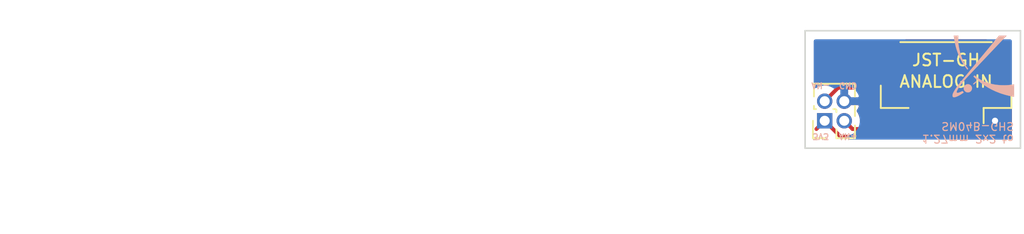
<source format=kicad_pcb>
(kicad_pcb (version 20171130) (host pcbnew "(5.1.12)-1")

  (general
    (thickness 1.6002)
    (drawings 13)
    (tracks 17)
    (zones 0)
    (modules 3)
    (nets 5)
  )

  (page A4)
  (title_block
    (title "2x2 1.27mm socket to JST-GH Analog Adapter board right PCB")
    (date 2021-11-28)
    (rev 1)
    (comment 2 "Vincent Nguyen")
  )

  (layers
    (0 Front signal)
    (31 Back signal)
    (34 B.Paste user)
    (35 F.Paste user)
    (36 B.SilkS user)
    (37 F.SilkS user)
    (38 B.Mask user)
    (39 F.Mask user)
    (44 Edge.Cuts user)
    (45 Margin user)
    (46 B.CrtYd user)
    (47 F.CrtYd user)
    (49 F.Fab user)
  )

  (setup
    (last_trace_width 0.25)
    (user_trace_width 0.1)
    (user_trace_width 0.2)
    (user_trace_width 0.5)
    (trace_clearance 0.25)
    (zone_clearance 0.508)
    (zone_45_only no)
    (trace_min 0.1)
    (via_size 0.8)
    (via_drill 0.4)
    (via_min_size 0.45)
    (via_min_drill 0.2)
    (user_via 0.45 0.2)
    (user_via 0.8 0.4)
    (uvia_size 0.8)
    (uvia_drill 0.4)
    (uvias_allowed no)
    (uvia_min_size 0)
    (uvia_min_drill 0)
    (edge_width 0.1)
    (segment_width 0.1)
    (pcb_text_width 0.3)
    (pcb_text_size 1.5 1.5)
    (mod_edge_width 0.1)
    (mod_text_size 0.8 0.8)
    (mod_text_width 0.1)
    (pad_size 1.524 1.524)
    (pad_drill 0.762)
    (pad_to_mask_clearance 0)
    (solder_mask_min_width 0.1)
    (aux_axis_origin 0 0)
    (visible_elements 7FFFFFFF)
    (pcbplotparams
      (layerselection 0x010fc_ffffffff)
      (usegerberextensions false)
      (usegerberattributes false)
      (usegerberadvancedattributes false)
      (creategerberjobfile false)
      (excludeedgelayer true)
      (linewidth 0.152400)
      (plotframeref false)
      (viasonmask false)
      (mode 1)
      (useauxorigin false)
      (hpglpennumber 1)
      (hpglpenspeed 20)
      (hpglpendiameter 15.000000)
      (psnegative false)
      (psa4output false)
      (plotreference true)
      (plotvalue false)
      (plotinvisibletext false)
      (padsonsilk false)
      (subtractmaskfromsilk true)
      (outputformat 1)
      (mirror false)
      (drillshape 0)
      (scaleselection 1)
      (outputdirectory "./gerbers_for_aisler"))
  )

  (net 0 "")
  (net 1 /3V3)
  (net 2 /GND)
  (net 3 /ADC_DIFF_N)
  (net 4 /ADC_DIFF_P)

  (net_class Default "This is the default net class."
    (clearance 0.25)
    (trace_width 0.25)
    (via_dia 0.8)
    (via_drill 0.4)
    (uvia_dia 0.8)
    (uvia_drill 0.4)
    (diff_pair_width 0.25)
    (diff_pair_gap 0.25)
    (add_net /3V3)
    (add_net /ADC_DIFF_N)
    (add_net /ADC_DIFF_P)
    (add_net /GND)
  )

  (net_class Min "This is the bare minimum allowed."
    (clearance 0.1)
    (trace_width 0.1)
    (via_dia 0.45)
    (via_drill 0.2)
    (uvia_dia 0.45)
    (uvia_drill 0.2)
    (diff_pair_width 0.12)
    (diff_pair_gap 0.12)
  )

  (module Connector_JST:JST_GH_SM04B-GHS-TB_1x04-1MP_P1.25mm_Horizontal (layer Front) (tedit 5B78AD87) (tstamp 61BBC6B9)
    (at 161.29 97.155 180)
    (descr "JST GH series connector, SM04B-GHS-TB (http://www.jst-mfg.com/product/pdf/eng/eGH.pdf), generated with kicad-footprint-generator")
    (tags "connector JST GH top entry")
    (path /6199593B)
    (attr smd)
    (fp_text reference J2 (at 0 0 180) (layer F.SilkS) hide
      (effects (font (size 1 1) (thickness 0.15)))
    )
    (fp_text value SM04B-GHS-TB (at 1.905 4.445 180) (layer F.Fab)
      (effects (font (size 1 1) (thickness 0.15)))
    )
    (fp_line (start -1.875 -0.892893) (end -1.375 -1.6) (layer F.Fab) (width 0.1))
    (fp_line (start -2.375 -1.6) (end -1.875 -0.892893) (layer F.Fab) (width 0.1))
    (fp_line (start 4.72 -3.2) (end -4.72 -3.2) (layer F.CrtYd) (width 0.05))
    (fp_line (start 4.72 3.2) (end 4.72 -3.2) (layer F.CrtYd) (width 0.05))
    (fp_line (start -4.72 3.2) (end 4.72 3.2) (layer F.CrtYd) (width 0.05))
    (fp_line (start -4.72 -3.2) (end -4.72 3.2) (layer F.CrtYd) (width 0.05))
    (fp_line (start 4.125 -1.6) (end 4.125 2.45) (layer F.Fab) (width 0.1))
    (fp_line (start -4.125 -1.6) (end -4.125 2.45) (layer F.Fab) (width 0.1))
    (fp_line (start -4.125 2.45) (end 4.125 2.45) (layer F.Fab) (width 0.1))
    (fp_line (start -2.965 2.56) (end 2.965 2.56) (layer F.SilkS) (width 0.12))
    (fp_line (start 4.235 -1.71) (end 2.435 -1.71) (layer F.SilkS) (width 0.12))
    (fp_line (start 4.235 -0.26) (end 4.235 -1.71) (layer F.SilkS) (width 0.12))
    (fp_line (start -2.435 -1.71) (end -2.435 -2.7) (layer F.SilkS) (width 0.12))
    (fp_line (start -4.235 -1.71) (end -2.435 -1.71) (layer F.SilkS) (width 0.12))
    (fp_line (start -4.235 -0.26) (end -4.235 -1.71) (layer F.SilkS) (width 0.12))
    (fp_line (start -4.125 -1.6) (end 4.125 -1.6) (layer F.Fab) (width 0.1))
    (pad MP smd roundrect (at 3.725 1.35 180) (size 1 2.7) (layers Front F.Paste F.Mask) (roundrect_rratio 0.25))
    (pad MP smd roundrect (at -3.725 1.35 180) (size 1 2.7) (layers Front F.Paste F.Mask) (roundrect_rratio 0.25))
    (pad 4 smd roundrect (at 1.875 -1.85 180) (size 0.6 1.7) (layers Front F.Paste F.Mask) (roundrect_rratio 0.25)
      (net 3 /ADC_DIFF_N))
    (pad 3 smd roundrect (at 0.625 -1.85 180) (size 0.6 1.7) (layers Front F.Paste F.Mask) (roundrect_rratio 0.25)
      (net 4 /ADC_DIFF_P))
    (pad 2 smd roundrect (at -0.625 -1.85 180) (size 0.6 1.7) (layers Front F.Paste F.Mask) (roundrect_rratio 0.25)
      (net 1 /3V3))
    (pad 1 smd roundrect (at -1.875 -1.85 180) (size 0.6 1.7) (layers Front F.Paste F.Mask) (roundrect_rratio 0.25)
      (net 2 /GND))
    (model ${KISYS3DMOD}/Connector_JST.3dshapes/JST_GH_SM04B-GHS-TB_1x04-1MP_P1.25mm_Horizontal.wrl
      (at (xyz 0 0 0))
      (scale (xyz 1 1 1))
      (rotate (xyz 0 0 0))
    )
  )

  (module graphics:xplore_logo_4mm locked (layer Back) (tedit 0) (tstamp 61A3C894)
    (at 163.703 98.806 270)
    (fp_text reference " " (at 0 0 90) (layer B.SilkS) hide
      (effects (font (size 1.524 1.524) (thickness 0.3)) (justify mirror))
    )
    (fp_text value " " (at 0.75 0 90) (layer B.SilkS) hide
      (effects (font (size 1.524 1.524) (thickness 0.3)) (justify mirror))
    )
    (fp_poly (pts (xy -4.606018 1.910096) (xy -4.585169 1.906919) (xy -4.551338 1.901999) (xy -4.509517 1.896053)
      (xy -4.472215 1.89084) (xy -4.205799 1.846969) (xy -3.95158 1.790629) (xy -3.708016 1.721198)
      (xy -3.473563 1.638054) (xy -3.246677 1.540577) (xy -3.025817 1.428143) (xy -2.809438 1.300132)
      (xy -2.595998 1.155923) (xy -2.532176 1.109309) (xy -2.429101 1.032732) (xy -2.454498 1.006223)
      (xy -2.470463 0.989794) (xy -2.479648 0.980795) (xy -2.480466 0.980187) (xy -2.487308 0.985642)
      (xy -2.505242 0.999923) (xy -2.531165 1.02056) (xy -2.549072 1.034815) (xy -2.658701 1.116813)
      (xy -2.771875 1.190561) (xy -2.891574 1.257616) (xy -3.02078 1.319536) (xy -3.162474 1.377878)
      (xy -3.302 1.428226) (xy -3.531586 1.499799) (xy -3.754376 1.555702) (xy -3.969713 1.595781)
      (xy -4.077552 1.610206) (xy -4.129876 1.614915) (xy -4.193528 1.618578) (xy -4.264351 1.621152)
      (xy -4.338191 1.62259) (xy -4.410889 1.622846) (xy -4.478289 1.621876) (xy -4.536236 1.619634)
      (xy -4.580572 1.616074) (xy -4.58334 1.615739) (xy -4.6355 1.609223) (xy -4.6355 1.914894)
      (xy -4.606018 1.910096)) (layer B.SilkS) (width 0.01))
    (fp_poly (pts (xy -1.170586 1.262423) (xy -1.135926 1.255883) (xy -1.10515 1.2438) (xy -1.047203 1.206795)
      (xy -1.002064 1.159616) (xy -0.970204 1.104899) (xy -0.95209 1.045281) (xy -0.948192 0.983398)
      (xy -0.958978 0.921887) (xy -0.984918 0.863386) (xy -1.02648 0.81053) (xy -1.027867 0.809163)
      (xy -1.078777 0.770151) (xy -1.137183 0.74342) (xy -1.198588 0.730331) (xy -1.258494 0.732246)
      (xy -1.272409 0.735153) (xy -1.336574 0.759323) (xy -1.390088 0.795799) (xy -1.432224 0.842096)
      (xy -1.462251 0.89573) (xy -1.479443 0.954218) (xy -1.48307 1.015075) (xy -1.472404 1.075817)
      (xy -1.446716 1.133959) (xy -1.405277 1.187017) (xy -1.405005 1.18729) (xy -1.355822 1.227734)
      (xy -1.303083 1.252508) (xy -1.242358 1.263412) (xy -1.215572 1.264293) (xy -1.170586 1.262423)) (layer B.SilkS) (width 0.01))
    (fp_poly (pts (xy -1.492644 0.650991) (xy -1.48484 0.647174) (xy -1.46768 0.636777) (xy -1.460501 0.629635)
      (xy -1.460501 0.629617) (xy -1.466091 0.620657) (xy -1.481221 0.601126) (xy -1.503424 0.573901)
      (xy -1.530237 0.541862) (xy -1.559194 0.507887) (xy -1.587831 0.474855) (xy -1.613683 0.445644)
      (xy -1.634285 0.423133) (xy -1.647174 0.410202) (xy -1.650064 0.408215) (xy -1.66093 0.414259)
      (xy -1.673349 0.425993) (xy -1.678983 0.433277) (xy -1.680792 0.441066) (xy -1.677376 0.451739)
      (xy -1.667336 0.467672) (xy -1.649275 0.491244) (xy -1.621792 0.524832) (xy -1.599309 0.551849)
      (xy -1.565118 0.59271) (xy -1.540378 0.621433) (xy -1.522924 0.639822) (xy -1.510592 0.649676)
      (xy -1.50122 0.652799) (xy -1.492644 0.650991)) (layer B.SilkS) (width 0.01))
    (fp_poly (pts (xy -0.704226 1.990563) (xy -0.671955 1.979377) (xy -0.660863 1.97118) (xy -0.642659 1.940393)
      (xy -0.636417 1.897348) (xy -0.641756 1.843086) (xy -0.658297 1.778648) (xy -0.68566 1.705073)
      (xy -0.723464 1.623404) (xy -0.771329 1.534679) (xy -0.828876 1.439941) (xy -0.886332 1.353709)
      (xy -0.944597 1.269596) (xy -0.988984 1.303816) (xy -1.012417 1.323348) (xy -1.028649 1.339675)
      (xy -1.033757 1.34805) (xy -1.030268 1.36001) (xy -1.020542 1.38441) (xy -1.006199 1.417337)
      (xy -0.993846 1.444298) (xy -0.960867 1.517985) (xy -0.937441 1.578011) (xy -0.923232 1.625927)
      (xy -0.917905 1.663282) (xy -0.921125 1.691628) (xy -0.932556 1.712514) (xy -0.935208 1.71535)
      (xy -0.953052 1.728117) (xy -0.974823 1.730238) (xy -0.987368 1.728472) (xy -1.035184 1.714557)
      (xy -1.094548 1.687998) (xy -1.164611 1.649397) (xy -1.244524 1.599357) (xy -1.33344 1.538479)
      (xy -1.430508 1.467366) (xy -1.53488 1.38662) (xy -1.645706 1.296844) (xy -1.762139 1.19864)
      (xy -1.882322 1.093506) (xy -1.900719 1.076737) (xy -1.93145 1.04823) (xy -1.973706 1.008752)
      (xy -2.026677 0.95907) (xy -2.089554 0.899952) (xy -2.161526 0.832165) (xy -2.241785 0.756478)
      (xy -2.329521 0.673657) (xy -2.423924 0.584471) (xy -2.524185 0.489686) (xy -2.629494 0.390071)
      (xy -2.739042 0.286392) (xy -2.852019 0.179419) (xy -2.967616 0.069917) (xy -3.085023 -0.041345)
      (xy -3.20343 -0.1536) (xy -3.322029 -0.26608) (xy -3.440009 -0.378018) (xy -3.556561 -0.488645)
      (xy -3.670875 -0.597196) (xy -3.782142 -0.702901) (xy -3.889553 -0.804993) (xy -3.992297 -0.902706)
      (xy -4.089566 -0.995271) (xy -4.180549 -1.08192) (xy -4.264438 -1.161887) (xy -4.340422 -1.234403)
      (xy -4.407692 -1.298701) (xy -4.465439 -1.354013) (xy -4.512853 -1.399573) (xy -4.549124 -1.434612)
      (xy -4.565197 -1.450261) (xy -4.6355 -1.519038) (xy -4.635055 -1.269787) (xy -4.63461 -1.020535)
      (xy -4.505788 -0.915589) (xy -4.405151 -0.833454) (xy -4.297504 -0.7453) (xy -4.1822 -0.650591)
      (xy -4.058588 -0.54879) (xy -3.92602 -0.439361) (xy -3.783848 -0.321766) (xy -3.631423 -0.195469)
      (xy -3.468097 -0.059932) (xy -3.29322 0.08538) (xy -3.106144 0.241005) (xy -2.906221 0.40748)
      (xy -2.784929 0.508546) (xy -2.66935 0.604836) (xy -2.555405 0.699693) (xy -2.444112 0.792273)
      (xy -2.336488 0.881733) (xy -2.233548 0.967231) (xy -2.136311 1.047922) (xy -2.045793 1.122965)
      (xy -1.963011 1.191517) (xy -1.888982 1.252734) (xy -1.824721 1.305773) (xy -1.771248 1.349791)
      (xy -1.729577 1.383947) (xy -1.700727 1.407395) (xy -1.698786 1.408958) (xy -1.549881 1.526892)
      (xy -1.413055 1.631443) (xy -1.28821 1.722676) (xy -1.175247 1.800655) (xy -1.074068 1.865446)
      (xy -0.984576 1.917115) (xy -0.906672 1.955727) (xy -0.840257 1.981348) (xy -0.83991 1.981457)
      (xy -0.793018 1.99188) (xy -0.746186 1.994823) (xy -0.704226 1.990563)) (layer B.SilkS) (width 0.01))
    (fp_poly (pts (xy -1.975679 0.628213) (xy -1.955187 0.609038) (xy -1.926447 0.579255) (xy -1.891 0.540646)
      (xy -1.850388 0.49499) (xy -1.806153 0.444069) (xy -1.759837 0.389663) (xy -1.712982 0.333551)
      (xy -1.66713 0.277516) (xy -1.623822 0.223338) (xy -1.5846 0.172796) (xy -1.573968 0.15875)
      (xy -1.409938 -0.07278) (xy -1.262329 -0.309661) (xy -1.130185 -0.553713) (xy -1.012555 -0.806757)
      (xy -0.908483 -1.070612) (xy -0.865977 -1.192893) (xy -0.79292 -1.430508) (xy -0.732401 -1.667451)
      (xy -0.685481 -1.89945) (xy -0.675843 -1.95716) (xy -0.669691 -1.995714) (xy -1.471591 -1.995714)
      (xy -1.466103 -1.966232) (xy -1.442482 -1.812472) (xy -1.426036 -1.646368) (xy -1.416785 -1.472244)
      (xy -1.41475 -1.294429) (xy -1.419951 -1.11725) (xy -1.432406 -0.945032) (xy -1.452136 -0.782103)
      (xy -1.460436 -0.73) (xy -1.503849 -0.518508) (xy -1.560541 -0.315615) (xy -1.630049 -0.122376)
      (xy -1.711908 0.060156) (xy -1.805653 0.230928) (xy -1.910822 0.388887) (xy -2.006865 0.509987)
      (xy -2.051451 0.561866) (xy -2.022065 0.598433) (xy -2.004284 0.619167) (xy -1.990773 0.632419)
      (xy -1.986381 0.635) (xy -1.975679 0.628213)) (layer B.SilkS) (width 0.01))
  )

  (module Connector_PinHeader_1.27mm:PinHeader_2x02_P1.27mm_Vertical (layer Front) (tedit 59FED6E3) (tstamp 61BBC874)
    (at 153.416 99.695 90)
    (descr "Through hole straight pin header, 2x02, 1.27mm pitch, double rows")
    (tags "Through hole pin header THT 2x02 1.27mm double row")
    (path /61A353B2)
    (fp_text reference J1 (at 0.563471 0.76 180) (layer F.SilkS) hide
      (effects (font (size 1 1) (thickness 0.15)))
    )
    (fp_text value "1.27mm 2x2-PTH" (at -3.175 5.969 180) (layer F.Fab)
      (effects (font (size 1 1) (thickness 0.15)))
    )
    (fp_line (start 2.85 -1.15) (end -1.6 -1.15) (layer F.CrtYd) (width 0.05))
    (fp_line (start 2.85 2.45) (end 2.85 -1.15) (layer F.CrtYd) (width 0.05))
    (fp_line (start -1.6 2.45) (end 2.85 2.45) (layer F.CrtYd) (width 0.05))
    (fp_line (start -1.6 -1.15) (end -1.6 2.45) (layer F.CrtYd) (width 0.05))
    (fp_line (start -1.13 -0.76) (end 0 -0.76) (layer F.SilkS) (width 0.12))
    (fp_line (start -1.13 0) (end -1.13 -0.76) (layer F.SilkS) (width 0.12))
    (fp_line (start 1.57753 -0.695) (end 2.4 -0.695) (layer F.SilkS) (width 0.12))
    (fp_line (start 0.76 -0.695) (end 0.96247 -0.695) (layer F.SilkS) (width 0.12))
    (fp_line (start 0.76 -0.563471) (end 0.76 -0.695) (layer F.SilkS) (width 0.12))
    (fp_line (start 0.76 0.706529) (end 0.76 0.563471) (layer F.SilkS) (width 0.12))
    (fp_line (start 0.563471 0.76) (end 0.706529 0.76) (layer F.SilkS) (width 0.12))
    (fp_line (start -1.13 0.76) (end -0.563471 0.76) (layer F.SilkS) (width 0.12))
    (fp_line (start 2.4 -0.695) (end 2.4 1.965) (layer F.SilkS) (width 0.12))
    (fp_line (start -1.13 0.76) (end -1.13 1.965) (layer F.SilkS) (width 0.12))
    (fp_line (start 0.30753 1.965) (end 0.96247 1.965) (layer F.SilkS) (width 0.12))
    (fp_line (start 1.57753 1.965) (end 2.4 1.965) (layer F.SilkS) (width 0.12))
    (fp_line (start -1.13 1.965) (end -0.30753 1.965) (layer F.SilkS) (width 0.12))
    (fp_line (start -1.07 0.2175) (end -0.2175 -0.635) (layer F.Fab) (width 0.1))
    (fp_line (start -1.07 1.905) (end -1.07 0.2175) (layer F.Fab) (width 0.1))
    (fp_line (start 2.34 1.905) (end -1.07 1.905) (layer F.Fab) (width 0.1))
    (fp_line (start 2.34 -0.635) (end 2.34 1.905) (layer F.Fab) (width 0.1))
    (fp_line (start -0.2175 -0.635) (end 2.34 -0.635) (layer F.Fab) (width 0.1))
    (pad 1 thru_hole rect (at 0 0 90) (size 1 1) (drill 0.65) (layers *.Cu *.Mask)
      (net 1 /3V3))
    (pad 2 thru_hole oval (at 1.27 0 90) (size 1 1) (drill 0.65) (layers *.Cu *.Mask)
      (net 4 /ADC_DIFF_P))
    (pad 3 thru_hole oval (at 0 1.27 90) (size 1 1) (drill 0.65) (layers *.Cu *.Mask)
      (net 3 /ADC_DIFF_N))
    (pad 4 thru_hole oval (at 1.27 1.27 90) (size 1 1) (drill 0.65) (layers *.Cu *.Mask)
      (net 2 /GND))
  )

  (gr_text AN- (at 153.162 97.409 180) (layer B.SilkS) (tstamp 61BBC57F)
    (effects (font (size 0.381 0.381) (thickness 0.0762)) (justify mirror))
  )
  (gr_text AN+ (at 154.94 100.711 180) (layer B.SilkS) (tstamp 61BBC576)
    (effects (font (size 0.381 0.381) (thickness 0.0762)) (justify mirror))
  )
  (gr_text JST-GH (at 161.29 95.758) (layer F.SilkS) (tstamp 61BBC69B)
    (effects (font (size 0.762 0.762) (thickness 0.127)))
  )
  (gr_text "ANALOG IN" (at 161.29 97.155) (layer F.SilkS) (tstamp 61BBC69E)
    (effects (font (size 0.762 0.762) (thickness 0.127)))
  )
  (gr_text 3V3 (at 153.162 100.711 180) (layer B.SilkS) (tstamp 61BBC579)
    (effects (font (size 0.381 0.381) (thickness 0.0762)) (justify mirror))
  )
  (gr_text GND (at 154.94 97.409 180) (layer B.SilkS) (tstamp 61BBC57C)
    (effects (font (size 0.381 0.381) (thickness 0.0762)) (justify mirror))
  )
  (gr_text "1.27mm 2x2 to\nSM04B-GHS" (at 165.735 100.457 180) (layer B.SilkS)
    (effects (font (size 0.508 0.508) (thickness 0.0762)) (justify right mirror))
  )
  (gr_line (start 152.146 101.473) (end 152.146 93.853) (layer Edge.Cuts) (width 0.1) (tstamp 61BBC7CC))
  (gr_line (start 166.116 101.473) (end 152.146 101.473) (layer Edge.Cuts) (width 0.1))
  (gr_line (start 166.116 93.853) (end 166.116 101.473) (layer Edge.Cuts) (width 0.1))
  (gr_line (start 152.146 93.853) (end 166.116 93.853) (layer Edge.Cuts) (width 0.1))
  (gr_line (start 124 93) (end 120 107) (layer Cmts.User) (width 0.1524))
  (gr_line (start 100 100) (end 124 93) (layer Cmts.User) (width 0.1524))

  (segment (start 153.416 99.695) (end 152.88099 100.23001) (width 0.25) (layer Front) (net 1) (tstamp 61BBC5D9))
  (segment (start 161.915 99.855) (end 161.915 99.005) (width 0.25) (layer Front) (net 1))
  (segment (start 161.03998 100.73002) (end 161.915 99.855) (width 0.25) (layer Front) (net 1))
  (segment (start 154.45102 100.73002) (end 161.03998 100.73002) (width 0.25) (layer Front) (net 1))
  (segment (start 153.416 99.695) (end 154.45102 100.73002) (width 0.25) (layer Front) (net 1))
  (via (at 164.465 99.695) (size 0.8) (drill 0.4) (layers Front Back) (net 2))
  (segment (start 163.195 98.425) (end 164.465 99.695) (width 0.25) (layer Back) (net 2))
  (segment (start 154.686 98.425) (end 163.195 98.425) (width 0.25) (layer Back) (net 2))
  (segment (start 163.855 99.695) (end 163.165 99.005) (width 0.25) (layer Front) (net 2))
  (segment (start 164.465 99.695) (end 163.855 99.695) (width 0.25) (layer Front) (net 2))
  (segment (start 158.18999 100.23001) (end 159.415 99.005) (width 0.25) (layer Front) (net 3))
  (segment (start 155.22101 100.23001) (end 158.18999 100.23001) (width 0.25) (layer Front) (net 3))
  (segment (start 154.686 99.695) (end 155.22101 100.23001) (width 0.25) (layer Front) (net 3))
  (segment (start 160.665 98.435) (end 160.665 99.005) (width 0.25) (layer Front) (net 4))
  (segment (start 159.779999 97.549999) (end 160.665 98.435) (width 0.25) (layer Front) (net 4))
  (segment (start 154.291001 97.549999) (end 159.779999 97.549999) (width 0.25) (layer Front) (net 4))
  (segment (start 153.416 98.425) (end 154.291001 97.549999) (width 0.25) (layer Front) (net 4))

  (zone (net 2) (net_name /GND) (layer Front) (tstamp 61BBC90D) (hatch edge 0.508)
    (connect_pads (clearance 0.508))
    (min_thickness 0.254)
    (fill yes (arc_segments 32) (thermal_gap 0.508) (thermal_bridge_width 0.508))
    (polygon
      (pts
        (xy 166.37 102.235) (xy 151.765 102.235) (xy 151.765 93.345) (xy 166.37 93.345)
      )
    )
    (filled_polygon
      (pts
        (xy 163.876928 94.705) (xy 163.876928 96.905) (xy 163.893992 97.078254) (xy 163.944528 97.24485) (xy 164.026595 97.398386)
        (xy 164.137038 97.532962) (xy 164.271614 97.643405) (xy 164.42515 97.725472) (xy 164.591746 97.776008) (xy 164.765 97.793072)
        (xy 165.265 97.793072) (xy 165.431001 97.776722) (xy 165.431001 100.788) (xy 162.056802 100.788) (xy 162.426004 100.418798)
        (xy 162.455001 100.395001) (xy 162.46842 100.37865) (xy 162.488825 100.367744) (xy 162.510506 100.385537) (xy 162.62082 100.444502)
        (xy 162.740518 100.480812) (xy 162.865 100.493072) (xy 162.87925 100.49) (xy 163.038 100.33125) (xy 163.038 99.132)
        (xy 163.292 99.132) (xy 163.292 100.33125) (xy 163.45075 100.49) (xy 163.465 100.493072) (xy 163.589482 100.480812)
        (xy 163.70918 100.444502) (xy 163.819494 100.385537) (xy 163.916185 100.306185) (xy 163.995537 100.209494) (xy 164.054502 100.09918)
        (xy 164.090812 99.979482) (xy 164.103072 99.855) (xy 164.1 99.29075) (xy 163.94125 99.132) (xy 163.292 99.132)
        (xy 163.038 99.132) (xy 163.018 99.132) (xy 163.018 98.878) (xy 163.038 98.878) (xy 163.038 97.67875)
        (xy 163.292 97.67875) (xy 163.292 98.878) (xy 163.94125 98.878) (xy 164.1 98.71925) (xy 164.103072 98.155)
        (xy 164.090812 98.030518) (xy 164.054502 97.91082) (xy 163.995537 97.800506) (xy 163.916185 97.703815) (xy 163.819494 97.624463)
        (xy 163.70918 97.565498) (xy 163.589482 97.529188) (xy 163.465 97.516928) (xy 163.45075 97.52) (xy 163.292 97.67875)
        (xy 163.038 97.67875) (xy 162.87925 97.52) (xy 162.865 97.516928) (xy 162.740518 97.529188) (xy 162.62082 97.565498)
        (xy 162.510506 97.624463) (xy 162.488825 97.642256) (xy 162.366582 97.576916) (xy 162.218745 97.532071) (xy 162.065 97.516928)
        (xy 161.765 97.516928) (xy 161.611255 97.532071) (xy 161.463418 97.576916) (xy 161.327171 97.649742) (xy 161.29 97.680247)
        (xy 161.252829 97.649742) (xy 161.116582 97.576916) (xy 160.968745 97.532071) (xy 160.822465 97.517663) (xy 160.343802 97.039001)
        (xy 160.32 97.009998) (xy 160.204275 96.915025) (xy 160.072246 96.844453) (xy 159.928985 96.800996) (xy 159.817332 96.789999)
        (xy 159.817321 96.789999) (xy 159.779999 96.786323) (xy 159.742677 96.789999) (xy 158.703072 96.789999) (xy 158.703072 94.705)
        (xy 158.686624 94.538) (xy 163.893376 94.538)
      )
    )
    (filled_polygon
      (pts
        (xy 158.476928 98.86827) (xy 157.875189 99.47001) (xy 155.798483 99.47001) (xy 155.777383 99.363933) (xy 155.691824 99.157376)
        (xy 155.623744 99.055488) (xy 155.70021 98.934529) (xy 155.780126 98.726876) (xy 155.655129 98.552) (xy 154.813 98.552)
        (xy 154.813 98.563026) (xy 154.797788 98.56) (xy 154.574212 98.56) (xy 154.559 98.563026) (xy 154.559 98.552)
        (xy 154.547974 98.552) (xy 154.551 98.536788) (xy 154.551 98.364802) (xy 154.605803 98.309999) (xy 158.476928 98.309999)
      )
    )
  )
  (zone (net 2) (net_name /GND) (layer Back) (tstamp 61BBC90A) (hatch edge 0.508)
    (connect_pads (clearance 0.508))
    (min_thickness 0.254)
    (fill yes (arc_segments 32) (thermal_gap 0.508) (thermal_bridge_width 0.508))
    (polygon
      (pts
        (xy 166.37 102.235) (xy 151.765 102.235) (xy 151.765 93.345) (xy 166.37 93.345)
      )
    )
    (filled_polygon
      (pts
        (xy 165.431001 100.788) (xy 155.008938 100.788) (xy 155.017067 100.786383) (xy 155.223624 100.700824) (xy 155.40952 100.576612)
        (xy 155.567612 100.41852) (xy 155.691824 100.232624) (xy 155.777383 100.026067) (xy 155.821 99.806788) (xy 155.821 99.583212)
        (xy 155.777383 99.363933) (xy 155.691824 99.157376) (xy 155.623744 99.055488) (xy 155.70021 98.934529) (xy 155.780126 98.726876)
        (xy 155.655129 98.552) (xy 154.813 98.552) (xy 154.813 98.563026) (xy 154.797788 98.56) (xy 154.574212 98.56)
        (xy 154.559 98.563026) (xy 154.559 98.552) (xy 154.547974 98.552) (xy 154.551 98.536788) (xy 154.551 98.313212)
        (xy 154.547974 98.298) (xy 154.559 98.298) (xy 154.559 97.457046) (xy 154.813 97.457046) (xy 154.813 98.298)
        (xy 155.655129 98.298) (xy 155.780126 98.123124) (xy 155.70021 97.915471) (xy 155.581318 97.727399) (xy 155.42802 97.566135)
        (xy 155.246206 97.437877) (xy 155.042864 97.347554) (xy 154.987874 97.330881) (xy 154.813 97.457046) (xy 154.559 97.457046)
        (xy 154.384126 97.330881) (xy 154.329136 97.347554) (xy 154.125794 97.437877) (xy 154.055658 97.487353) (xy 153.953624 97.419176)
        (xy 153.747067 97.333617) (xy 153.527788 97.29) (xy 153.304212 97.29) (xy 153.084933 97.333617) (xy 152.878376 97.419176)
        (xy 152.831 97.450832) (xy 152.831 94.538) (xy 165.431 94.538)
      )
    )
  )
)

</source>
